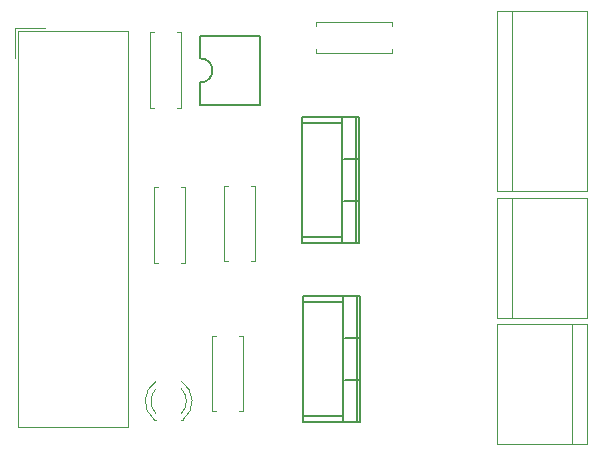
<source format=gbr>
G04 #@! TF.GenerationSoftware,KiCad,Pcbnew,(2017-11-24 revision a01d81e4b)-makepkg*
G04 #@! TF.CreationDate,2017-12-25T08:13:52+07:00*
G04 #@! TF.ProjectId,Motor DC power,4D6F746F7220444320706F7765722E6B,rev?*
G04 #@! TF.SameCoordinates,Original*
G04 #@! TF.FileFunction,Legend,Top*
G04 #@! TF.FilePolarity,Positive*
%FSLAX46Y46*%
G04 Gerber Fmt 4.6, Leading zero omitted, Abs format (unit mm)*
G04 Created by KiCad (PCBNEW (2017-11-24 revision a01d81e4b)-makepkg) date 12/25/17 08:13:52*
%MOMM*%
%LPD*%
G01*
G04 APERTURE LIST*
%ADD10C,0.120000*%
%ADD11C,0.150000*%
%ADD12C,0.152400*%
G04 APERTURE END LIST*
D10*
X110971392Y-118982665D02*
G75*
G03X110814484Y-122215000I1078608J-1672335D01*
G01*
X113128608Y-118982665D02*
G75*
G02X113285516Y-122215000I-1078608J-1672335D01*
G01*
X110970163Y-119613870D02*
G75*
G03X110970000Y-121695961I1079837J-1041130D01*
G01*
X113129837Y-119613870D02*
G75*
G02X113130000Y-121695961I-1079837J-1041130D01*
G01*
X110814000Y-122215000D02*
X110970000Y-122215000D01*
X113130000Y-122215000D02*
X113286000Y-122215000D01*
X117980000Y-115100000D02*
X118310000Y-115100000D01*
X118310000Y-115100000D02*
X118310000Y-121520000D01*
X118310000Y-121520000D02*
X117980000Y-121520000D01*
X116020000Y-115100000D02*
X115690000Y-115100000D01*
X115690000Y-115100000D02*
X115690000Y-121520000D01*
X115690000Y-121520000D02*
X116020000Y-121520000D01*
D11*
X126751000Y-106786000D02*
X123322000Y-106786000D01*
X126751000Y-97134000D02*
X123322000Y-97134000D01*
X127894000Y-107294000D02*
X127894000Y-96626000D01*
X126878000Y-103738000D02*
X128148000Y-103738000D01*
X126878000Y-100182000D02*
X128148000Y-100182000D01*
X126751000Y-96626000D02*
X126751000Y-107294000D01*
X123322000Y-107294000D02*
X123322000Y-96626000D01*
X128148000Y-96626000D02*
X123322000Y-96626000D01*
X128148000Y-107294000D02*
X123322000Y-107294000D01*
X128148000Y-107294000D02*
X128148000Y-96626000D01*
D10*
X108645000Y-89315000D02*
X108645000Y-122875000D01*
X108645000Y-122875000D02*
X99295000Y-122875000D01*
X99295000Y-122875000D02*
X99295000Y-89315000D01*
X99295000Y-89315000D02*
X108645000Y-89315000D01*
X99045000Y-89065000D02*
X99045000Y-91605000D01*
X99045000Y-89065000D02*
X101585000Y-89065000D01*
X139890000Y-87650000D02*
X147510000Y-87650000D01*
X139890000Y-102890000D02*
X147510000Y-102890000D01*
X141160000Y-87650000D02*
X141160000Y-102890000D01*
X147510000Y-87650000D02*
X147510000Y-102890000D01*
X139890000Y-87650000D02*
X139890000Y-102890000D01*
X141160000Y-113640000D02*
X141160000Y-103480000D01*
X139890000Y-113640000D02*
X147510000Y-113640000D01*
X147510000Y-113640000D02*
X147510000Y-103480000D01*
X147510000Y-103480000D02*
X139890000Y-103480000D01*
X139890000Y-103480000D02*
X139890000Y-113640000D01*
X146240000Y-114160000D02*
X146240000Y-124320000D01*
X147510000Y-114160000D02*
X139890000Y-114160000D01*
X139890000Y-114160000D02*
X139890000Y-124320000D01*
X139890000Y-124320000D02*
X147510000Y-124320000D01*
X147510000Y-124320000D02*
X147510000Y-114160000D01*
D11*
X126851000Y-121926000D02*
X123422000Y-121926000D01*
X126851000Y-112274000D02*
X123422000Y-112274000D01*
X127994000Y-122434000D02*
X127994000Y-111766000D01*
X126978000Y-118878000D02*
X128248000Y-118878000D01*
X126978000Y-115322000D02*
X128248000Y-115322000D01*
X126851000Y-111766000D02*
X126851000Y-122434000D01*
X123422000Y-122434000D02*
X123422000Y-111766000D01*
X128248000Y-111766000D02*
X123422000Y-111766000D01*
X128248000Y-122434000D02*
X123422000Y-122434000D01*
X128248000Y-122434000D02*
X128248000Y-111766000D01*
D10*
X110770000Y-95850000D02*
X110440000Y-95850000D01*
X110440000Y-95850000D02*
X110440000Y-89430000D01*
X110440000Y-89430000D02*
X110770000Y-89430000D01*
X112730000Y-95850000D02*
X113060000Y-95850000D01*
X113060000Y-95850000D02*
X113060000Y-89430000D01*
X113060000Y-89430000D02*
X112730000Y-89430000D01*
X124500000Y-88895000D02*
X124500000Y-88565000D01*
X124500000Y-88565000D02*
X130920000Y-88565000D01*
X130920000Y-88565000D02*
X130920000Y-88895000D01*
X124500000Y-90855000D02*
X124500000Y-91185000D01*
X124500000Y-91185000D02*
X130920000Y-91185000D01*
X130920000Y-91185000D02*
X130920000Y-90855000D01*
X111120000Y-108970000D02*
X110790000Y-108970000D01*
X110790000Y-108970000D02*
X110790000Y-102550000D01*
X110790000Y-102550000D02*
X111120000Y-102550000D01*
X113080000Y-108970000D02*
X113410000Y-108970000D01*
X113410000Y-108970000D02*
X113410000Y-102550000D01*
X113410000Y-102550000D02*
X113080000Y-102550000D01*
X117045000Y-108825000D02*
X116715000Y-108825000D01*
X116715000Y-108825000D02*
X116715000Y-102405000D01*
X116715000Y-102405000D02*
X117045000Y-102405000D01*
X119005000Y-108825000D02*
X119335000Y-108825000D01*
X119335000Y-108825000D02*
X119335000Y-102405000D01*
X119335000Y-102405000D02*
X119005000Y-102405000D01*
D12*
X119815000Y-89729000D02*
X114735000Y-89729000D01*
X114735000Y-95571000D02*
X119815000Y-95571000D01*
X119815000Y-89729000D02*
X119815000Y-95571000D01*
X114735000Y-89729000D02*
X114735000Y-91634000D01*
X114735000Y-95571000D02*
X114735000Y-93666000D01*
X114735000Y-91634000D02*
G75*
G02X114735000Y-93666000I0J-1016000D01*
G01*
M02*

</source>
